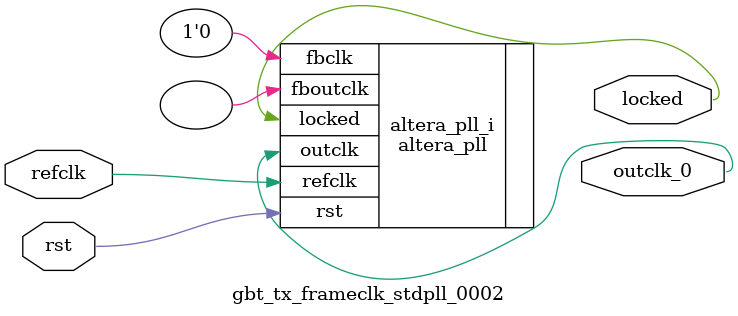
<source format=v>
`timescale 1ns/10ps
module  gbt_tx_frameclk_stdpll_0002(

	// interface 'refclk'
	input wire refclk,

	// interface 'reset'
	input wire rst,

	// interface 'outclk0'
	output wire outclk_0,

	// interface 'locked'
	output wire locked
);

	altera_pll #(
		.fractional_vco_multiplier("false"),
		.reference_clock_frequency("120.0 MHz"),
		.operation_mode("normal"),
		.number_of_clocks(1),
		.output_clock_frequency0("40.000000 MHz"),
		.phase_shift0("0 ps"),
		.duty_cycle0(50),
		.output_clock_frequency1("0 MHz"),
		.phase_shift1("0 ps"),
		.duty_cycle1(50),
		.output_clock_frequency2("0 MHz"),
		.phase_shift2("0 ps"),
		.duty_cycle2(50),
		.output_clock_frequency3("0 MHz"),
		.phase_shift3("0 ps"),
		.duty_cycle3(50),
		.output_clock_frequency4("0 MHz"),
		.phase_shift4("0 ps"),
		.duty_cycle4(50),
		.output_clock_frequency5("0 MHz"),
		.phase_shift5("0 ps"),
		.duty_cycle5(50),
		.output_clock_frequency6("0 MHz"),
		.phase_shift6("0 ps"),
		.duty_cycle6(50),
		.output_clock_frequency7("0 MHz"),
		.phase_shift7("0 ps"),
		.duty_cycle7(50),
		.output_clock_frequency8("0 MHz"),
		.phase_shift8("0 ps"),
		.duty_cycle8(50),
		.output_clock_frequency9("0 MHz"),
		.phase_shift9("0 ps"),
		.duty_cycle9(50),
		.output_clock_frequency10("0 MHz"),
		.phase_shift10("0 ps"),
		.duty_cycle10(50),
		.output_clock_frequency11("0 MHz"),
		.phase_shift11("0 ps"),
		.duty_cycle11(50),
		.output_clock_frequency12("0 MHz"),
		.phase_shift12("0 ps"),
		.duty_cycle12(50),
		.output_clock_frequency13("0 MHz"),
		.phase_shift13("0 ps"),
		.duty_cycle13(50),
		.output_clock_frequency14("0 MHz"),
		.phase_shift14("0 ps"),
		.duty_cycle14(50),
		.output_clock_frequency15("0 MHz"),
		.phase_shift15("0 ps"),
		.duty_cycle15(50),
		.output_clock_frequency16("0 MHz"),
		.phase_shift16("0 ps"),
		.duty_cycle16(50),
		.output_clock_frequency17("0 MHz"),
		.phase_shift17("0 ps"),
		.duty_cycle17(50),
		.pll_type("General"),
		.pll_subtype("General")
	) altera_pll_i (
		.rst	(rst),
		.outclk	({outclk_0}),
		.locked	(locked),
		.fboutclk	( ),
		.fbclk	(1'b0),
		.refclk	(refclk)
	);
endmodule


</source>
